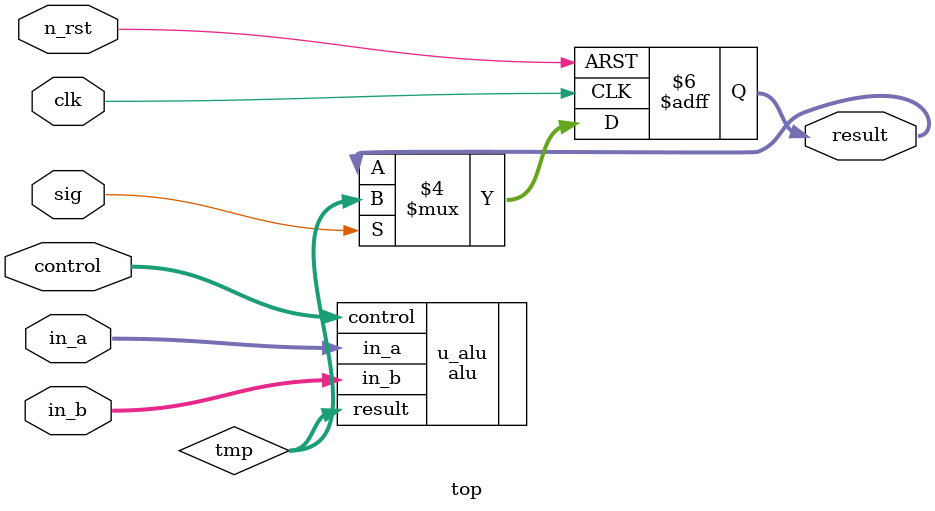
<source format=v>
module top (
    input           clk,
    input           n_rst,

    input           sig,
    input   [7:0]   in_a,
    input   [7:0]   in_b,
    input   [2:0]   control,
    // 000: adder, 001: subtractor, 010: and_gate, 011: or_gate, 100: xor_gate, 101: arithmetic_right_shift, 110: logical_right_shift   
    
    output  reg [7:0]   result
);

wire    [7:0]   tmp;

alu u_alu(
    .in_a(in_a),
    .in_b(in_b),
    .control(control),
    .result(tmp)
);

always @(posedge clk or negedge n_rst) begin
    if (!n_rst) begin
        result <= 8'b0;
    end

    else begin 
        if (sig) begin  
            result <= tmp;
        end
        
        else begin 
            result <= result;
        end
    end
end


endmodule
</source>
